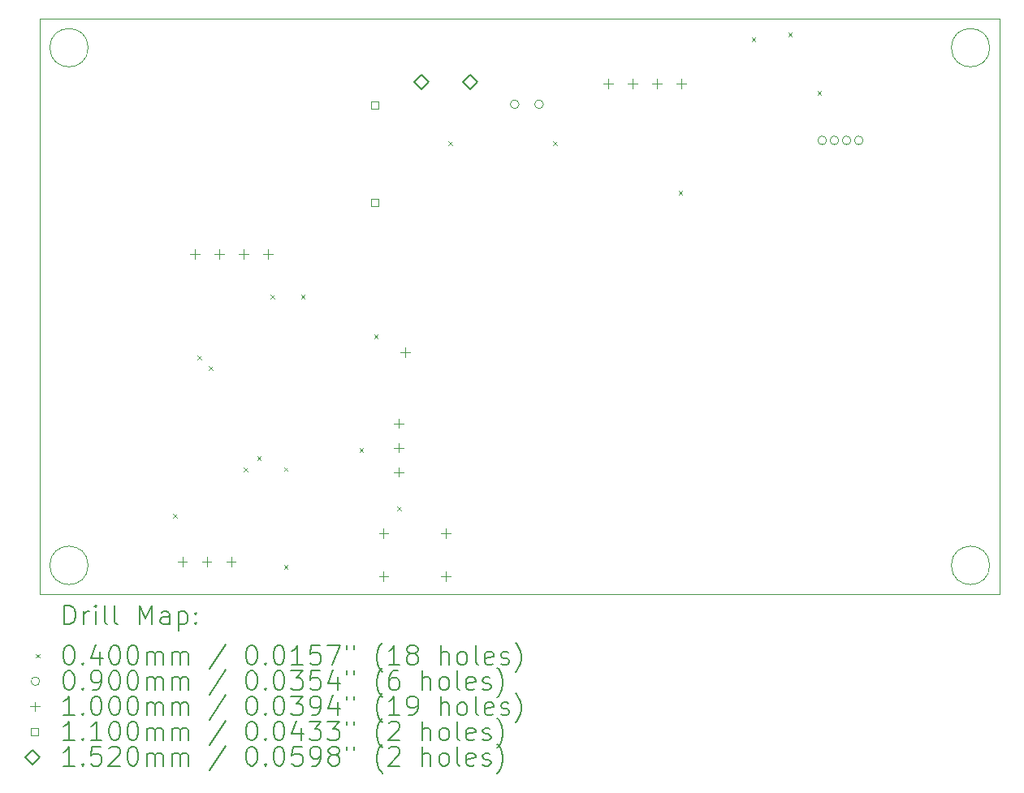
<source format=gbr>
%FSLAX45Y45*%
G04 Gerber Fmt 4.5, Leading zero omitted, Abs format (unit mm)*
G04 Created by KiCad (PCBNEW (6.0.4-0)) date 2022-11-11 12:05:35*
%MOMM*%
%LPD*%
G01*
G04 APERTURE LIST*
%TA.AperFunction,Profile*%
%ADD10C,0.100000*%
%TD*%
%ADD11C,0.200000*%
%ADD12C,0.040000*%
%ADD13C,0.090000*%
%ADD14C,0.100000*%
%ADD15C,0.110000*%
%ADD16C,0.152000*%
G04 APERTURE END LIST*
D10*
X10000000Y-10000000D02*
X20000000Y-10000000D01*
X20000000Y-10000000D02*
X20000000Y-4000000D01*
X20000000Y-4000000D02*
X10000000Y-4000000D01*
X10000000Y-4000000D02*
X10000000Y-10000000D01*
X19900000Y-4300000D02*
G75*
G03*
X19900000Y-4300000I-200000J0D01*
G01*
X19900000Y-9700000D02*
G75*
G03*
X19900000Y-9700000I-200000J0D01*
G01*
X10500000Y-4300000D02*
G75*
G03*
X10500000Y-4300000I-200000J0D01*
G01*
X10500000Y-9700000D02*
G75*
G03*
X10500000Y-9700000I-200000J0D01*
G01*
D11*
D12*
X11384600Y-9162100D02*
X11424600Y-9202100D01*
X11424600Y-9162100D02*
X11384600Y-9202100D01*
X11638600Y-7511100D02*
X11678600Y-7551100D01*
X11678600Y-7511100D02*
X11638600Y-7551100D01*
X11761000Y-7620800D02*
X11801000Y-7660800D01*
X11801000Y-7620800D02*
X11761000Y-7660800D01*
X12121200Y-8679500D02*
X12161200Y-8719500D01*
X12161200Y-8679500D02*
X12121200Y-8719500D01*
X12260900Y-8565200D02*
X12300900Y-8605200D01*
X12300900Y-8565200D02*
X12260900Y-8605200D01*
X12400600Y-6876100D02*
X12440600Y-6916100D01*
X12440600Y-6876100D02*
X12400600Y-6916100D01*
X12540300Y-8677450D02*
X12580300Y-8717450D01*
X12580300Y-8677450D02*
X12540300Y-8717450D01*
X12540300Y-9695500D02*
X12580300Y-9735500D01*
X12580300Y-9695500D02*
X12540300Y-9735500D01*
X12718100Y-6876100D02*
X12758100Y-6916100D01*
X12758100Y-6876100D02*
X12718100Y-6916100D01*
X13327700Y-8476300D02*
X13367700Y-8516300D01*
X13367700Y-8476300D02*
X13327700Y-8516300D01*
X13480100Y-7295200D02*
X13520100Y-7335200D01*
X13520100Y-7295200D02*
X13480100Y-7335200D01*
X13721400Y-9085900D02*
X13761400Y-9125900D01*
X13761400Y-9085900D02*
X13721400Y-9125900D01*
X14254800Y-5275900D02*
X14294800Y-5315900D01*
X14294800Y-5275900D02*
X14254800Y-5315900D01*
X15347000Y-5275900D02*
X15387000Y-5315900D01*
X15387000Y-5275900D02*
X15347000Y-5315900D01*
X16655100Y-5796600D02*
X16695100Y-5836600D01*
X16695100Y-5796600D02*
X16655100Y-5836600D01*
X17417100Y-4196400D02*
X17457100Y-4236400D01*
X17457100Y-4196400D02*
X17417100Y-4236400D01*
X17798100Y-4145600D02*
X17838100Y-4185600D01*
X17838100Y-4145600D02*
X17798100Y-4185600D01*
X18102900Y-4755200D02*
X18142900Y-4795200D01*
X18142900Y-4755200D02*
X18102900Y-4795200D01*
D13*
X14992400Y-4889500D02*
G75*
G03*
X14992400Y-4889500I-45000J0D01*
G01*
X15246400Y-4889500D02*
G75*
G03*
X15246400Y-4889500I-45000J0D01*
G01*
X18197600Y-5267000D02*
G75*
G03*
X18197600Y-5267000I-45000J0D01*
G01*
X18324600Y-5267000D02*
G75*
G03*
X18324600Y-5267000I-45000J0D01*
G01*
X18451600Y-5267000D02*
G75*
G03*
X18451600Y-5267000I-45000J0D01*
G01*
X18578600Y-5267000D02*
G75*
G03*
X18578600Y-5267000I-45000J0D01*
G01*
D14*
X11482300Y-9612200D02*
X11482300Y-9712200D01*
X11432300Y-9662200D02*
X11532300Y-9662200D01*
X11611600Y-6403500D02*
X11611600Y-6503500D01*
X11561600Y-6453500D02*
X11661600Y-6453500D01*
X11736300Y-9612200D02*
X11736300Y-9712200D01*
X11686300Y-9662200D02*
X11786300Y-9662200D01*
X11865600Y-6403500D02*
X11865600Y-6503500D01*
X11815600Y-6453500D02*
X11915600Y-6453500D01*
X11990300Y-9612200D02*
X11990300Y-9712200D01*
X11940300Y-9662200D02*
X12040300Y-9662200D01*
X12119600Y-6403500D02*
X12119600Y-6503500D01*
X12069600Y-6453500D02*
X12169600Y-6453500D01*
X12373600Y-6403500D02*
X12373600Y-6503500D01*
X12323600Y-6453500D02*
X12423600Y-6453500D01*
X13581500Y-9313500D02*
X13581500Y-9413500D01*
X13531500Y-9363500D02*
X13631500Y-9363500D01*
X13581500Y-9763500D02*
X13581500Y-9863500D01*
X13531500Y-9813500D02*
X13631500Y-9813500D01*
X13741400Y-8168400D02*
X13741400Y-8268400D01*
X13691400Y-8218400D02*
X13791400Y-8218400D01*
X13741400Y-8422400D02*
X13741400Y-8522400D01*
X13691400Y-8472400D02*
X13791400Y-8472400D01*
X13741400Y-8676400D02*
X13741400Y-8776400D01*
X13691400Y-8726400D02*
X13791400Y-8726400D01*
X13804900Y-7430300D02*
X13804900Y-7530300D01*
X13754900Y-7480300D02*
X13854900Y-7480300D01*
X14231500Y-9313500D02*
X14231500Y-9413500D01*
X14181500Y-9363500D02*
X14281500Y-9363500D01*
X14231500Y-9763500D02*
X14231500Y-9863500D01*
X14181500Y-9813500D02*
X14281500Y-9813500D01*
X15925600Y-4624600D02*
X15925600Y-4724600D01*
X15875600Y-4674600D02*
X15975600Y-4674600D01*
X16179600Y-4624600D02*
X16179600Y-4724600D01*
X16129600Y-4674600D02*
X16229600Y-4674600D01*
X16433600Y-4624600D02*
X16433600Y-4724600D01*
X16383600Y-4674600D02*
X16483600Y-4674600D01*
X16687600Y-4624600D02*
X16687600Y-4724600D01*
X16637600Y-4674600D02*
X16737600Y-4674600D01*
D15*
X13526291Y-4941091D02*
X13526291Y-4863309D01*
X13448509Y-4863309D01*
X13448509Y-4941091D01*
X13526291Y-4941091D01*
X13526291Y-5957091D02*
X13526291Y-5879309D01*
X13448509Y-5879309D01*
X13448509Y-5957091D01*
X13526291Y-5957091D01*
D16*
X13973800Y-4733400D02*
X14049800Y-4657400D01*
X13973800Y-4581400D01*
X13897800Y-4657400D01*
X13973800Y-4733400D01*
X14481800Y-4733400D02*
X14557800Y-4657400D01*
X14481800Y-4581400D01*
X14405800Y-4657400D01*
X14481800Y-4733400D01*
D11*
X10252619Y-10315476D02*
X10252619Y-10115476D01*
X10300238Y-10115476D01*
X10328810Y-10125000D01*
X10347857Y-10144048D01*
X10357381Y-10163095D01*
X10366905Y-10201190D01*
X10366905Y-10229762D01*
X10357381Y-10267857D01*
X10347857Y-10286905D01*
X10328810Y-10305952D01*
X10300238Y-10315476D01*
X10252619Y-10315476D01*
X10452619Y-10315476D02*
X10452619Y-10182143D01*
X10452619Y-10220238D02*
X10462143Y-10201190D01*
X10471667Y-10191667D01*
X10490714Y-10182143D01*
X10509762Y-10182143D01*
X10576429Y-10315476D02*
X10576429Y-10182143D01*
X10576429Y-10115476D02*
X10566905Y-10125000D01*
X10576429Y-10134524D01*
X10585952Y-10125000D01*
X10576429Y-10115476D01*
X10576429Y-10134524D01*
X10700238Y-10315476D02*
X10681190Y-10305952D01*
X10671667Y-10286905D01*
X10671667Y-10115476D01*
X10805000Y-10315476D02*
X10785952Y-10305952D01*
X10776429Y-10286905D01*
X10776429Y-10115476D01*
X11033571Y-10315476D02*
X11033571Y-10115476D01*
X11100238Y-10258333D01*
X11166905Y-10115476D01*
X11166905Y-10315476D01*
X11347857Y-10315476D02*
X11347857Y-10210714D01*
X11338333Y-10191667D01*
X11319286Y-10182143D01*
X11281190Y-10182143D01*
X11262143Y-10191667D01*
X11347857Y-10305952D02*
X11328809Y-10315476D01*
X11281190Y-10315476D01*
X11262143Y-10305952D01*
X11252619Y-10286905D01*
X11252619Y-10267857D01*
X11262143Y-10248810D01*
X11281190Y-10239286D01*
X11328809Y-10239286D01*
X11347857Y-10229762D01*
X11443095Y-10182143D02*
X11443095Y-10382143D01*
X11443095Y-10191667D02*
X11462143Y-10182143D01*
X11500238Y-10182143D01*
X11519286Y-10191667D01*
X11528809Y-10201190D01*
X11538333Y-10220238D01*
X11538333Y-10277381D01*
X11528809Y-10296429D01*
X11519286Y-10305952D01*
X11500238Y-10315476D01*
X11462143Y-10315476D01*
X11443095Y-10305952D01*
X11624048Y-10296429D02*
X11633571Y-10305952D01*
X11624048Y-10315476D01*
X11614524Y-10305952D01*
X11624048Y-10296429D01*
X11624048Y-10315476D01*
X11624048Y-10191667D02*
X11633571Y-10201190D01*
X11624048Y-10210714D01*
X11614524Y-10201190D01*
X11624048Y-10191667D01*
X11624048Y-10210714D01*
D12*
X9955000Y-10625000D02*
X9995000Y-10665000D01*
X9995000Y-10625000D02*
X9955000Y-10665000D01*
D11*
X10290714Y-10535476D02*
X10309762Y-10535476D01*
X10328810Y-10545000D01*
X10338333Y-10554524D01*
X10347857Y-10573571D01*
X10357381Y-10611667D01*
X10357381Y-10659286D01*
X10347857Y-10697381D01*
X10338333Y-10716429D01*
X10328810Y-10725952D01*
X10309762Y-10735476D01*
X10290714Y-10735476D01*
X10271667Y-10725952D01*
X10262143Y-10716429D01*
X10252619Y-10697381D01*
X10243095Y-10659286D01*
X10243095Y-10611667D01*
X10252619Y-10573571D01*
X10262143Y-10554524D01*
X10271667Y-10545000D01*
X10290714Y-10535476D01*
X10443095Y-10716429D02*
X10452619Y-10725952D01*
X10443095Y-10735476D01*
X10433571Y-10725952D01*
X10443095Y-10716429D01*
X10443095Y-10735476D01*
X10624048Y-10602143D02*
X10624048Y-10735476D01*
X10576429Y-10525952D02*
X10528810Y-10668810D01*
X10652619Y-10668810D01*
X10766905Y-10535476D02*
X10785952Y-10535476D01*
X10805000Y-10545000D01*
X10814524Y-10554524D01*
X10824048Y-10573571D01*
X10833571Y-10611667D01*
X10833571Y-10659286D01*
X10824048Y-10697381D01*
X10814524Y-10716429D01*
X10805000Y-10725952D01*
X10785952Y-10735476D01*
X10766905Y-10735476D01*
X10747857Y-10725952D01*
X10738333Y-10716429D01*
X10728810Y-10697381D01*
X10719286Y-10659286D01*
X10719286Y-10611667D01*
X10728810Y-10573571D01*
X10738333Y-10554524D01*
X10747857Y-10545000D01*
X10766905Y-10535476D01*
X10957381Y-10535476D02*
X10976429Y-10535476D01*
X10995476Y-10545000D01*
X11005000Y-10554524D01*
X11014524Y-10573571D01*
X11024048Y-10611667D01*
X11024048Y-10659286D01*
X11014524Y-10697381D01*
X11005000Y-10716429D01*
X10995476Y-10725952D01*
X10976429Y-10735476D01*
X10957381Y-10735476D01*
X10938333Y-10725952D01*
X10928810Y-10716429D01*
X10919286Y-10697381D01*
X10909762Y-10659286D01*
X10909762Y-10611667D01*
X10919286Y-10573571D01*
X10928810Y-10554524D01*
X10938333Y-10545000D01*
X10957381Y-10535476D01*
X11109762Y-10735476D02*
X11109762Y-10602143D01*
X11109762Y-10621190D02*
X11119286Y-10611667D01*
X11138333Y-10602143D01*
X11166905Y-10602143D01*
X11185952Y-10611667D01*
X11195476Y-10630714D01*
X11195476Y-10735476D01*
X11195476Y-10630714D02*
X11205000Y-10611667D01*
X11224048Y-10602143D01*
X11252619Y-10602143D01*
X11271667Y-10611667D01*
X11281190Y-10630714D01*
X11281190Y-10735476D01*
X11376428Y-10735476D02*
X11376428Y-10602143D01*
X11376428Y-10621190D02*
X11385952Y-10611667D01*
X11405000Y-10602143D01*
X11433571Y-10602143D01*
X11452619Y-10611667D01*
X11462143Y-10630714D01*
X11462143Y-10735476D01*
X11462143Y-10630714D02*
X11471667Y-10611667D01*
X11490714Y-10602143D01*
X11519286Y-10602143D01*
X11538333Y-10611667D01*
X11547857Y-10630714D01*
X11547857Y-10735476D01*
X11938333Y-10525952D02*
X11766905Y-10783095D01*
X12195476Y-10535476D02*
X12214524Y-10535476D01*
X12233571Y-10545000D01*
X12243095Y-10554524D01*
X12252619Y-10573571D01*
X12262143Y-10611667D01*
X12262143Y-10659286D01*
X12252619Y-10697381D01*
X12243095Y-10716429D01*
X12233571Y-10725952D01*
X12214524Y-10735476D01*
X12195476Y-10735476D01*
X12176428Y-10725952D01*
X12166905Y-10716429D01*
X12157381Y-10697381D01*
X12147857Y-10659286D01*
X12147857Y-10611667D01*
X12157381Y-10573571D01*
X12166905Y-10554524D01*
X12176428Y-10545000D01*
X12195476Y-10535476D01*
X12347857Y-10716429D02*
X12357381Y-10725952D01*
X12347857Y-10735476D01*
X12338333Y-10725952D01*
X12347857Y-10716429D01*
X12347857Y-10735476D01*
X12481190Y-10535476D02*
X12500238Y-10535476D01*
X12519286Y-10545000D01*
X12528809Y-10554524D01*
X12538333Y-10573571D01*
X12547857Y-10611667D01*
X12547857Y-10659286D01*
X12538333Y-10697381D01*
X12528809Y-10716429D01*
X12519286Y-10725952D01*
X12500238Y-10735476D01*
X12481190Y-10735476D01*
X12462143Y-10725952D01*
X12452619Y-10716429D01*
X12443095Y-10697381D01*
X12433571Y-10659286D01*
X12433571Y-10611667D01*
X12443095Y-10573571D01*
X12452619Y-10554524D01*
X12462143Y-10545000D01*
X12481190Y-10535476D01*
X12738333Y-10735476D02*
X12624048Y-10735476D01*
X12681190Y-10735476D02*
X12681190Y-10535476D01*
X12662143Y-10564048D01*
X12643095Y-10583095D01*
X12624048Y-10592619D01*
X12919286Y-10535476D02*
X12824048Y-10535476D01*
X12814524Y-10630714D01*
X12824048Y-10621190D01*
X12843095Y-10611667D01*
X12890714Y-10611667D01*
X12909762Y-10621190D01*
X12919286Y-10630714D01*
X12928809Y-10649762D01*
X12928809Y-10697381D01*
X12919286Y-10716429D01*
X12909762Y-10725952D01*
X12890714Y-10735476D01*
X12843095Y-10735476D01*
X12824048Y-10725952D01*
X12814524Y-10716429D01*
X12995476Y-10535476D02*
X13128809Y-10535476D01*
X13043095Y-10735476D01*
X13195476Y-10535476D02*
X13195476Y-10573571D01*
X13271667Y-10535476D02*
X13271667Y-10573571D01*
X13566905Y-10811667D02*
X13557381Y-10802143D01*
X13538333Y-10773571D01*
X13528809Y-10754524D01*
X13519286Y-10725952D01*
X13509762Y-10678333D01*
X13509762Y-10640238D01*
X13519286Y-10592619D01*
X13528809Y-10564048D01*
X13538333Y-10545000D01*
X13557381Y-10516429D01*
X13566905Y-10506905D01*
X13747857Y-10735476D02*
X13633571Y-10735476D01*
X13690714Y-10735476D02*
X13690714Y-10535476D01*
X13671667Y-10564048D01*
X13652619Y-10583095D01*
X13633571Y-10592619D01*
X13862143Y-10621190D02*
X13843095Y-10611667D01*
X13833571Y-10602143D01*
X13824048Y-10583095D01*
X13824048Y-10573571D01*
X13833571Y-10554524D01*
X13843095Y-10545000D01*
X13862143Y-10535476D01*
X13900238Y-10535476D01*
X13919286Y-10545000D01*
X13928809Y-10554524D01*
X13938333Y-10573571D01*
X13938333Y-10583095D01*
X13928809Y-10602143D01*
X13919286Y-10611667D01*
X13900238Y-10621190D01*
X13862143Y-10621190D01*
X13843095Y-10630714D01*
X13833571Y-10640238D01*
X13824048Y-10659286D01*
X13824048Y-10697381D01*
X13833571Y-10716429D01*
X13843095Y-10725952D01*
X13862143Y-10735476D01*
X13900238Y-10735476D01*
X13919286Y-10725952D01*
X13928809Y-10716429D01*
X13938333Y-10697381D01*
X13938333Y-10659286D01*
X13928809Y-10640238D01*
X13919286Y-10630714D01*
X13900238Y-10621190D01*
X14176428Y-10735476D02*
X14176428Y-10535476D01*
X14262143Y-10735476D02*
X14262143Y-10630714D01*
X14252619Y-10611667D01*
X14233571Y-10602143D01*
X14205000Y-10602143D01*
X14185952Y-10611667D01*
X14176428Y-10621190D01*
X14385952Y-10735476D02*
X14366905Y-10725952D01*
X14357381Y-10716429D01*
X14347857Y-10697381D01*
X14347857Y-10640238D01*
X14357381Y-10621190D01*
X14366905Y-10611667D01*
X14385952Y-10602143D01*
X14414524Y-10602143D01*
X14433571Y-10611667D01*
X14443095Y-10621190D01*
X14452619Y-10640238D01*
X14452619Y-10697381D01*
X14443095Y-10716429D01*
X14433571Y-10725952D01*
X14414524Y-10735476D01*
X14385952Y-10735476D01*
X14566905Y-10735476D02*
X14547857Y-10725952D01*
X14538333Y-10706905D01*
X14538333Y-10535476D01*
X14719286Y-10725952D02*
X14700238Y-10735476D01*
X14662143Y-10735476D01*
X14643095Y-10725952D01*
X14633571Y-10706905D01*
X14633571Y-10630714D01*
X14643095Y-10611667D01*
X14662143Y-10602143D01*
X14700238Y-10602143D01*
X14719286Y-10611667D01*
X14728809Y-10630714D01*
X14728809Y-10649762D01*
X14633571Y-10668810D01*
X14805000Y-10725952D02*
X14824048Y-10735476D01*
X14862143Y-10735476D01*
X14881190Y-10725952D01*
X14890714Y-10706905D01*
X14890714Y-10697381D01*
X14881190Y-10678333D01*
X14862143Y-10668810D01*
X14833571Y-10668810D01*
X14814524Y-10659286D01*
X14805000Y-10640238D01*
X14805000Y-10630714D01*
X14814524Y-10611667D01*
X14833571Y-10602143D01*
X14862143Y-10602143D01*
X14881190Y-10611667D01*
X14957381Y-10811667D02*
X14966905Y-10802143D01*
X14985952Y-10773571D01*
X14995476Y-10754524D01*
X15005000Y-10725952D01*
X15014524Y-10678333D01*
X15014524Y-10640238D01*
X15005000Y-10592619D01*
X14995476Y-10564048D01*
X14985952Y-10545000D01*
X14966905Y-10516429D01*
X14957381Y-10506905D01*
D13*
X9995000Y-10909000D02*
G75*
G03*
X9995000Y-10909000I-45000J0D01*
G01*
D11*
X10290714Y-10799476D02*
X10309762Y-10799476D01*
X10328810Y-10809000D01*
X10338333Y-10818524D01*
X10347857Y-10837571D01*
X10357381Y-10875667D01*
X10357381Y-10923286D01*
X10347857Y-10961381D01*
X10338333Y-10980429D01*
X10328810Y-10989952D01*
X10309762Y-10999476D01*
X10290714Y-10999476D01*
X10271667Y-10989952D01*
X10262143Y-10980429D01*
X10252619Y-10961381D01*
X10243095Y-10923286D01*
X10243095Y-10875667D01*
X10252619Y-10837571D01*
X10262143Y-10818524D01*
X10271667Y-10809000D01*
X10290714Y-10799476D01*
X10443095Y-10980429D02*
X10452619Y-10989952D01*
X10443095Y-10999476D01*
X10433571Y-10989952D01*
X10443095Y-10980429D01*
X10443095Y-10999476D01*
X10547857Y-10999476D02*
X10585952Y-10999476D01*
X10605000Y-10989952D01*
X10614524Y-10980429D01*
X10633571Y-10951857D01*
X10643095Y-10913762D01*
X10643095Y-10837571D01*
X10633571Y-10818524D01*
X10624048Y-10809000D01*
X10605000Y-10799476D01*
X10566905Y-10799476D01*
X10547857Y-10809000D01*
X10538333Y-10818524D01*
X10528810Y-10837571D01*
X10528810Y-10885190D01*
X10538333Y-10904238D01*
X10547857Y-10913762D01*
X10566905Y-10923286D01*
X10605000Y-10923286D01*
X10624048Y-10913762D01*
X10633571Y-10904238D01*
X10643095Y-10885190D01*
X10766905Y-10799476D02*
X10785952Y-10799476D01*
X10805000Y-10809000D01*
X10814524Y-10818524D01*
X10824048Y-10837571D01*
X10833571Y-10875667D01*
X10833571Y-10923286D01*
X10824048Y-10961381D01*
X10814524Y-10980429D01*
X10805000Y-10989952D01*
X10785952Y-10999476D01*
X10766905Y-10999476D01*
X10747857Y-10989952D01*
X10738333Y-10980429D01*
X10728810Y-10961381D01*
X10719286Y-10923286D01*
X10719286Y-10875667D01*
X10728810Y-10837571D01*
X10738333Y-10818524D01*
X10747857Y-10809000D01*
X10766905Y-10799476D01*
X10957381Y-10799476D02*
X10976429Y-10799476D01*
X10995476Y-10809000D01*
X11005000Y-10818524D01*
X11014524Y-10837571D01*
X11024048Y-10875667D01*
X11024048Y-10923286D01*
X11014524Y-10961381D01*
X11005000Y-10980429D01*
X10995476Y-10989952D01*
X10976429Y-10999476D01*
X10957381Y-10999476D01*
X10938333Y-10989952D01*
X10928810Y-10980429D01*
X10919286Y-10961381D01*
X10909762Y-10923286D01*
X10909762Y-10875667D01*
X10919286Y-10837571D01*
X10928810Y-10818524D01*
X10938333Y-10809000D01*
X10957381Y-10799476D01*
X11109762Y-10999476D02*
X11109762Y-10866143D01*
X11109762Y-10885190D02*
X11119286Y-10875667D01*
X11138333Y-10866143D01*
X11166905Y-10866143D01*
X11185952Y-10875667D01*
X11195476Y-10894714D01*
X11195476Y-10999476D01*
X11195476Y-10894714D02*
X11205000Y-10875667D01*
X11224048Y-10866143D01*
X11252619Y-10866143D01*
X11271667Y-10875667D01*
X11281190Y-10894714D01*
X11281190Y-10999476D01*
X11376428Y-10999476D02*
X11376428Y-10866143D01*
X11376428Y-10885190D02*
X11385952Y-10875667D01*
X11405000Y-10866143D01*
X11433571Y-10866143D01*
X11452619Y-10875667D01*
X11462143Y-10894714D01*
X11462143Y-10999476D01*
X11462143Y-10894714D02*
X11471667Y-10875667D01*
X11490714Y-10866143D01*
X11519286Y-10866143D01*
X11538333Y-10875667D01*
X11547857Y-10894714D01*
X11547857Y-10999476D01*
X11938333Y-10789952D02*
X11766905Y-11047095D01*
X12195476Y-10799476D02*
X12214524Y-10799476D01*
X12233571Y-10809000D01*
X12243095Y-10818524D01*
X12252619Y-10837571D01*
X12262143Y-10875667D01*
X12262143Y-10923286D01*
X12252619Y-10961381D01*
X12243095Y-10980429D01*
X12233571Y-10989952D01*
X12214524Y-10999476D01*
X12195476Y-10999476D01*
X12176428Y-10989952D01*
X12166905Y-10980429D01*
X12157381Y-10961381D01*
X12147857Y-10923286D01*
X12147857Y-10875667D01*
X12157381Y-10837571D01*
X12166905Y-10818524D01*
X12176428Y-10809000D01*
X12195476Y-10799476D01*
X12347857Y-10980429D02*
X12357381Y-10989952D01*
X12347857Y-10999476D01*
X12338333Y-10989952D01*
X12347857Y-10980429D01*
X12347857Y-10999476D01*
X12481190Y-10799476D02*
X12500238Y-10799476D01*
X12519286Y-10809000D01*
X12528809Y-10818524D01*
X12538333Y-10837571D01*
X12547857Y-10875667D01*
X12547857Y-10923286D01*
X12538333Y-10961381D01*
X12528809Y-10980429D01*
X12519286Y-10989952D01*
X12500238Y-10999476D01*
X12481190Y-10999476D01*
X12462143Y-10989952D01*
X12452619Y-10980429D01*
X12443095Y-10961381D01*
X12433571Y-10923286D01*
X12433571Y-10875667D01*
X12443095Y-10837571D01*
X12452619Y-10818524D01*
X12462143Y-10809000D01*
X12481190Y-10799476D01*
X12614524Y-10799476D02*
X12738333Y-10799476D01*
X12671667Y-10875667D01*
X12700238Y-10875667D01*
X12719286Y-10885190D01*
X12728809Y-10894714D01*
X12738333Y-10913762D01*
X12738333Y-10961381D01*
X12728809Y-10980429D01*
X12719286Y-10989952D01*
X12700238Y-10999476D01*
X12643095Y-10999476D01*
X12624048Y-10989952D01*
X12614524Y-10980429D01*
X12919286Y-10799476D02*
X12824048Y-10799476D01*
X12814524Y-10894714D01*
X12824048Y-10885190D01*
X12843095Y-10875667D01*
X12890714Y-10875667D01*
X12909762Y-10885190D01*
X12919286Y-10894714D01*
X12928809Y-10913762D01*
X12928809Y-10961381D01*
X12919286Y-10980429D01*
X12909762Y-10989952D01*
X12890714Y-10999476D01*
X12843095Y-10999476D01*
X12824048Y-10989952D01*
X12814524Y-10980429D01*
X13100238Y-10866143D02*
X13100238Y-10999476D01*
X13052619Y-10789952D02*
X13005000Y-10932810D01*
X13128809Y-10932810D01*
X13195476Y-10799476D02*
X13195476Y-10837571D01*
X13271667Y-10799476D02*
X13271667Y-10837571D01*
X13566905Y-11075667D02*
X13557381Y-11066143D01*
X13538333Y-11037571D01*
X13528809Y-11018524D01*
X13519286Y-10989952D01*
X13509762Y-10942333D01*
X13509762Y-10904238D01*
X13519286Y-10856619D01*
X13528809Y-10828048D01*
X13538333Y-10809000D01*
X13557381Y-10780429D01*
X13566905Y-10770905D01*
X13728809Y-10799476D02*
X13690714Y-10799476D01*
X13671667Y-10809000D01*
X13662143Y-10818524D01*
X13643095Y-10847095D01*
X13633571Y-10885190D01*
X13633571Y-10961381D01*
X13643095Y-10980429D01*
X13652619Y-10989952D01*
X13671667Y-10999476D01*
X13709762Y-10999476D01*
X13728809Y-10989952D01*
X13738333Y-10980429D01*
X13747857Y-10961381D01*
X13747857Y-10913762D01*
X13738333Y-10894714D01*
X13728809Y-10885190D01*
X13709762Y-10875667D01*
X13671667Y-10875667D01*
X13652619Y-10885190D01*
X13643095Y-10894714D01*
X13633571Y-10913762D01*
X13985952Y-10999476D02*
X13985952Y-10799476D01*
X14071667Y-10999476D02*
X14071667Y-10894714D01*
X14062143Y-10875667D01*
X14043095Y-10866143D01*
X14014524Y-10866143D01*
X13995476Y-10875667D01*
X13985952Y-10885190D01*
X14195476Y-10999476D02*
X14176428Y-10989952D01*
X14166905Y-10980429D01*
X14157381Y-10961381D01*
X14157381Y-10904238D01*
X14166905Y-10885190D01*
X14176428Y-10875667D01*
X14195476Y-10866143D01*
X14224048Y-10866143D01*
X14243095Y-10875667D01*
X14252619Y-10885190D01*
X14262143Y-10904238D01*
X14262143Y-10961381D01*
X14252619Y-10980429D01*
X14243095Y-10989952D01*
X14224048Y-10999476D01*
X14195476Y-10999476D01*
X14376428Y-10999476D02*
X14357381Y-10989952D01*
X14347857Y-10970905D01*
X14347857Y-10799476D01*
X14528809Y-10989952D02*
X14509762Y-10999476D01*
X14471667Y-10999476D01*
X14452619Y-10989952D01*
X14443095Y-10970905D01*
X14443095Y-10894714D01*
X14452619Y-10875667D01*
X14471667Y-10866143D01*
X14509762Y-10866143D01*
X14528809Y-10875667D01*
X14538333Y-10894714D01*
X14538333Y-10913762D01*
X14443095Y-10932810D01*
X14614524Y-10989952D02*
X14633571Y-10999476D01*
X14671667Y-10999476D01*
X14690714Y-10989952D01*
X14700238Y-10970905D01*
X14700238Y-10961381D01*
X14690714Y-10942333D01*
X14671667Y-10932810D01*
X14643095Y-10932810D01*
X14624048Y-10923286D01*
X14614524Y-10904238D01*
X14614524Y-10894714D01*
X14624048Y-10875667D01*
X14643095Y-10866143D01*
X14671667Y-10866143D01*
X14690714Y-10875667D01*
X14766905Y-11075667D02*
X14776428Y-11066143D01*
X14795476Y-11037571D01*
X14805000Y-11018524D01*
X14814524Y-10989952D01*
X14824048Y-10942333D01*
X14824048Y-10904238D01*
X14814524Y-10856619D01*
X14805000Y-10828048D01*
X14795476Y-10809000D01*
X14776428Y-10780429D01*
X14766905Y-10770905D01*
D14*
X9945000Y-11123000D02*
X9945000Y-11223000D01*
X9895000Y-11173000D02*
X9995000Y-11173000D01*
D11*
X10357381Y-11263476D02*
X10243095Y-11263476D01*
X10300238Y-11263476D02*
X10300238Y-11063476D01*
X10281190Y-11092048D01*
X10262143Y-11111095D01*
X10243095Y-11120619D01*
X10443095Y-11244428D02*
X10452619Y-11253952D01*
X10443095Y-11263476D01*
X10433571Y-11253952D01*
X10443095Y-11244428D01*
X10443095Y-11263476D01*
X10576429Y-11063476D02*
X10595476Y-11063476D01*
X10614524Y-11073000D01*
X10624048Y-11082524D01*
X10633571Y-11101571D01*
X10643095Y-11139667D01*
X10643095Y-11187286D01*
X10633571Y-11225381D01*
X10624048Y-11244428D01*
X10614524Y-11253952D01*
X10595476Y-11263476D01*
X10576429Y-11263476D01*
X10557381Y-11253952D01*
X10547857Y-11244428D01*
X10538333Y-11225381D01*
X10528810Y-11187286D01*
X10528810Y-11139667D01*
X10538333Y-11101571D01*
X10547857Y-11082524D01*
X10557381Y-11073000D01*
X10576429Y-11063476D01*
X10766905Y-11063476D02*
X10785952Y-11063476D01*
X10805000Y-11073000D01*
X10814524Y-11082524D01*
X10824048Y-11101571D01*
X10833571Y-11139667D01*
X10833571Y-11187286D01*
X10824048Y-11225381D01*
X10814524Y-11244428D01*
X10805000Y-11253952D01*
X10785952Y-11263476D01*
X10766905Y-11263476D01*
X10747857Y-11253952D01*
X10738333Y-11244428D01*
X10728810Y-11225381D01*
X10719286Y-11187286D01*
X10719286Y-11139667D01*
X10728810Y-11101571D01*
X10738333Y-11082524D01*
X10747857Y-11073000D01*
X10766905Y-11063476D01*
X10957381Y-11063476D02*
X10976429Y-11063476D01*
X10995476Y-11073000D01*
X11005000Y-11082524D01*
X11014524Y-11101571D01*
X11024048Y-11139667D01*
X11024048Y-11187286D01*
X11014524Y-11225381D01*
X11005000Y-11244428D01*
X10995476Y-11253952D01*
X10976429Y-11263476D01*
X10957381Y-11263476D01*
X10938333Y-11253952D01*
X10928810Y-11244428D01*
X10919286Y-11225381D01*
X10909762Y-11187286D01*
X10909762Y-11139667D01*
X10919286Y-11101571D01*
X10928810Y-11082524D01*
X10938333Y-11073000D01*
X10957381Y-11063476D01*
X11109762Y-11263476D02*
X11109762Y-11130143D01*
X11109762Y-11149190D02*
X11119286Y-11139667D01*
X11138333Y-11130143D01*
X11166905Y-11130143D01*
X11185952Y-11139667D01*
X11195476Y-11158714D01*
X11195476Y-11263476D01*
X11195476Y-11158714D02*
X11205000Y-11139667D01*
X11224048Y-11130143D01*
X11252619Y-11130143D01*
X11271667Y-11139667D01*
X11281190Y-11158714D01*
X11281190Y-11263476D01*
X11376428Y-11263476D02*
X11376428Y-11130143D01*
X11376428Y-11149190D02*
X11385952Y-11139667D01*
X11405000Y-11130143D01*
X11433571Y-11130143D01*
X11452619Y-11139667D01*
X11462143Y-11158714D01*
X11462143Y-11263476D01*
X11462143Y-11158714D02*
X11471667Y-11139667D01*
X11490714Y-11130143D01*
X11519286Y-11130143D01*
X11538333Y-11139667D01*
X11547857Y-11158714D01*
X11547857Y-11263476D01*
X11938333Y-11053952D02*
X11766905Y-11311095D01*
X12195476Y-11063476D02*
X12214524Y-11063476D01*
X12233571Y-11073000D01*
X12243095Y-11082524D01*
X12252619Y-11101571D01*
X12262143Y-11139667D01*
X12262143Y-11187286D01*
X12252619Y-11225381D01*
X12243095Y-11244428D01*
X12233571Y-11253952D01*
X12214524Y-11263476D01*
X12195476Y-11263476D01*
X12176428Y-11253952D01*
X12166905Y-11244428D01*
X12157381Y-11225381D01*
X12147857Y-11187286D01*
X12147857Y-11139667D01*
X12157381Y-11101571D01*
X12166905Y-11082524D01*
X12176428Y-11073000D01*
X12195476Y-11063476D01*
X12347857Y-11244428D02*
X12357381Y-11253952D01*
X12347857Y-11263476D01*
X12338333Y-11253952D01*
X12347857Y-11244428D01*
X12347857Y-11263476D01*
X12481190Y-11063476D02*
X12500238Y-11063476D01*
X12519286Y-11073000D01*
X12528809Y-11082524D01*
X12538333Y-11101571D01*
X12547857Y-11139667D01*
X12547857Y-11187286D01*
X12538333Y-11225381D01*
X12528809Y-11244428D01*
X12519286Y-11253952D01*
X12500238Y-11263476D01*
X12481190Y-11263476D01*
X12462143Y-11253952D01*
X12452619Y-11244428D01*
X12443095Y-11225381D01*
X12433571Y-11187286D01*
X12433571Y-11139667D01*
X12443095Y-11101571D01*
X12452619Y-11082524D01*
X12462143Y-11073000D01*
X12481190Y-11063476D01*
X12614524Y-11063476D02*
X12738333Y-11063476D01*
X12671667Y-11139667D01*
X12700238Y-11139667D01*
X12719286Y-11149190D01*
X12728809Y-11158714D01*
X12738333Y-11177762D01*
X12738333Y-11225381D01*
X12728809Y-11244428D01*
X12719286Y-11253952D01*
X12700238Y-11263476D01*
X12643095Y-11263476D01*
X12624048Y-11253952D01*
X12614524Y-11244428D01*
X12833571Y-11263476D02*
X12871667Y-11263476D01*
X12890714Y-11253952D01*
X12900238Y-11244428D01*
X12919286Y-11215857D01*
X12928809Y-11177762D01*
X12928809Y-11101571D01*
X12919286Y-11082524D01*
X12909762Y-11073000D01*
X12890714Y-11063476D01*
X12852619Y-11063476D01*
X12833571Y-11073000D01*
X12824048Y-11082524D01*
X12814524Y-11101571D01*
X12814524Y-11149190D01*
X12824048Y-11168238D01*
X12833571Y-11177762D01*
X12852619Y-11187286D01*
X12890714Y-11187286D01*
X12909762Y-11177762D01*
X12919286Y-11168238D01*
X12928809Y-11149190D01*
X13100238Y-11130143D02*
X13100238Y-11263476D01*
X13052619Y-11053952D02*
X13005000Y-11196809D01*
X13128809Y-11196809D01*
X13195476Y-11063476D02*
X13195476Y-11101571D01*
X13271667Y-11063476D02*
X13271667Y-11101571D01*
X13566905Y-11339667D02*
X13557381Y-11330143D01*
X13538333Y-11301571D01*
X13528809Y-11282524D01*
X13519286Y-11253952D01*
X13509762Y-11206333D01*
X13509762Y-11168238D01*
X13519286Y-11120619D01*
X13528809Y-11092048D01*
X13538333Y-11073000D01*
X13557381Y-11044429D01*
X13566905Y-11034905D01*
X13747857Y-11263476D02*
X13633571Y-11263476D01*
X13690714Y-11263476D02*
X13690714Y-11063476D01*
X13671667Y-11092048D01*
X13652619Y-11111095D01*
X13633571Y-11120619D01*
X13843095Y-11263476D02*
X13881190Y-11263476D01*
X13900238Y-11253952D01*
X13909762Y-11244428D01*
X13928809Y-11215857D01*
X13938333Y-11177762D01*
X13938333Y-11101571D01*
X13928809Y-11082524D01*
X13919286Y-11073000D01*
X13900238Y-11063476D01*
X13862143Y-11063476D01*
X13843095Y-11073000D01*
X13833571Y-11082524D01*
X13824048Y-11101571D01*
X13824048Y-11149190D01*
X13833571Y-11168238D01*
X13843095Y-11177762D01*
X13862143Y-11187286D01*
X13900238Y-11187286D01*
X13919286Y-11177762D01*
X13928809Y-11168238D01*
X13938333Y-11149190D01*
X14176428Y-11263476D02*
X14176428Y-11063476D01*
X14262143Y-11263476D02*
X14262143Y-11158714D01*
X14252619Y-11139667D01*
X14233571Y-11130143D01*
X14205000Y-11130143D01*
X14185952Y-11139667D01*
X14176428Y-11149190D01*
X14385952Y-11263476D02*
X14366905Y-11253952D01*
X14357381Y-11244428D01*
X14347857Y-11225381D01*
X14347857Y-11168238D01*
X14357381Y-11149190D01*
X14366905Y-11139667D01*
X14385952Y-11130143D01*
X14414524Y-11130143D01*
X14433571Y-11139667D01*
X14443095Y-11149190D01*
X14452619Y-11168238D01*
X14452619Y-11225381D01*
X14443095Y-11244428D01*
X14433571Y-11253952D01*
X14414524Y-11263476D01*
X14385952Y-11263476D01*
X14566905Y-11263476D02*
X14547857Y-11253952D01*
X14538333Y-11234905D01*
X14538333Y-11063476D01*
X14719286Y-11253952D02*
X14700238Y-11263476D01*
X14662143Y-11263476D01*
X14643095Y-11253952D01*
X14633571Y-11234905D01*
X14633571Y-11158714D01*
X14643095Y-11139667D01*
X14662143Y-11130143D01*
X14700238Y-11130143D01*
X14719286Y-11139667D01*
X14728809Y-11158714D01*
X14728809Y-11177762D01*
X14633571Y-11196809D01*
X14805000Y-11253952D02*
X14824048Y-11263476D01*
X14862143Y-11263476D01*
X14881190Y-11253952D01*
X14890714Y-11234905D01*
X14890714Y-11225381D01*
X14881190Y-11206333D01*
X14862143Y-11196809D01*
X14833571Y-11196809D01*
X14814524Y-11187286D01*
X14805000Y-11168238D01*
X14805000Y-11158714D01*
X14814524Y-11139667D01*
X14833571Y-11130143D01*
X14862143Y-11130143D01*
X14881190Y-11139667D01*
X14957381Y-11339667D02*
X14966905Y-11330143D01*
X14985952Y-11301571D01*
X14995476Y-11282524D01*
X15005000Y-11253952D01*
X15014524Y-11206333D01*
X15014524Y-11168238D01*
X15005000Y-11120619D01*
X14995476Y-11092048D01*
X14985952Y-11073000D01*
X14966905Y-11044429D01*
X14957381Y-11034905D01*
D15*
X9978891Y-11475891D02*
X9978891Y-11398109D01*
X9901109Y-11398109D01*
X9901109Y-11475891D01*
X9978891Y-11475891D01*
D11*
X10357381Y-11527476D02*
X10243095Y-11527476D01*
X10300238Y-11527476D02*
X10300238Y-11327476D01*
X10281190Y-11356048D01*
X10262143Y-11375095D01*
X10243095Y-11384619D01*
X10443095Y-11508428D02*
X10452619Y-11517952D01*
X10443095Y-11527476D01*
X10433571Y-11517952D01*
X10443095Y-11508428D01*
X10443095Y-11527476D01*
X10643095Y-11527476D02*
X10528810Y-11527476D01*
X10585952Y-11527476D02*
X10585952Y-11327476D01*
X10566905Y-11356048D01*
X10547857Y-11375095D01*
X10528810Y-11384619D01*
X10766905Y-11327476D02*
X10785952Y-11327476D01*
X10805000Y-11337000D01*
X10814524Y-11346524D01*
X10824048Y-11365571D01*
X10833571Y-11403667D01*
X10833571Y-11451286D01*
X10824048Y-11489381D01*
X10814524Y-11508428D01*
X10805000Y-11517952D01*
X10785952Y-11527476D01*
X10766905Y-11527476D01*
X10747857Y-11517952D01*
X10738333Y-11508428D01*
X10728810Y-11489381D01*
X10719286Y-11451286D01*
X10719286Y-11403667D01*
X10728810Y-11365571D01*
X10738333Y-11346524D01*
X10747857Y-11337000D01*
X10766905Y-11327476D01*
X10957381Y-11327476D02*
X10976429Y-11327476D01*
X10995476Y-11337000D01*
X11005000Y-11346524D01*
X11014524Y-11365571D01*
X11024048Y-11403667D01*
X11024048Y-11451286D01*
X11014524Y-11489381D01*
X11005000Y-11508428D01*
X10995476Y-11517952D01*
X10976429Y-11527476D01*
X10957381Y-11527476D01*
X10938333Y-11517952D01*
X10928810Y-11508428D01*
X10919286Y-11489381D01*
X10909762Y-11451286D01*
X10909762Y-11403667D01*
X10919286Y-11365571D01*
X10928810Y-11346524D01*
X10938333Y-11337000D01*
X10957381Y-11327476D01*
X11109762Y-11527476D02*
X11109762Y-11394143D01*
X11109762Y-11413190D02*
X11119286Y-11403667D01*
X11138333Y-11394143D01*
X11166905Y-11394143D01*
X11185952Y-11403667D01*
X11195476Y-11422714D01*
X11195476Y-11527476D01*
X11195476Y-11422714D02*
X11205000Y-11403667D01*
X11224048Y-11394143D01*
X11252619Y-11394143D01*
X11271667Y-11403667D01*
X11281190Y-11422714D01*
X11281190Y-11527476D01*
X11376428Y-11527476D02*
X11376428Y-11394143D01*
X11376428Y-11413190D02*
X11385952Y-11403667D01*
X11405000Y-11394143D01*
X11433571Y-11394143D01*
X11452619Y-11403667D01*
X11462143Y-11422714D01*
X11462143Y-11527476D01*
X11462143Y-11422714D02*
X11471667Y-11403667D01*
X11490714Y-11394143D01*
X11519286Y-11394143D01*
X11538333Y-11403667D01*
X11547857Y-11422714D01*
X11547857Y-11527476D01*
X11938333Y-11317952D02*
X11766905Y-11575095D01*
X12195476Y-11327476D02*
X12214524Y-11327476D01*
X12233571Y-11337000D01*
X12243095Y-11346524D01*
X12252619Y-11365571D01*
X12262143Y-11403667D01*
X12262143Y-11451286D01*
X12252619Y-11489381D01*
X12243095Y-11508428D01*
X12233571Y-11517952D01*
X12214524Y-11527476D01*
X12195476Y-11527476D01*
X12176428Y-11517952D01*
X12166905Y-11508428D01*
X12157381Y-11489381D01*
X12147857Y-11451286D01*
X12147857Y-11403667D01*
X12157381Y-11365571D01*
X12166905Y-11346524D01*
X12176428Y-11337000D01*
X12195476Y-11327476D01*
X12347857Y-11508428D02*
X12357381Y-11517952D01*
X12347857Y-11527476D01*
X12338333Y-11517952D01*
X12347857Y-11508428D01*
X12347857Y-11527476D01*
X12481190Y-11327476D02*
X12500238Y-11327476D01*
X12519286Y-11337000D01*
X12528809Y-11346524D01*
X12538333Y-11365571D01*
X12547857Y-11403667D01*
X12547857Y-11451286D01*
X12538333Y-11489381D01*
X12528809Y-11508428D01*
X12519286Y-11517952D01*
X12500238Y-11527476D01*
X12481190Y-11527476D01*
X12462143Y-11517952D01*
X12452619Y-11508428D01*
X12443095Y-11489381D01*
X12433571Y-11451286D01*
X12433571Y-11403667D01*
X12443095Y-11365571D01*
X12452619Y-11346524D01*
X12462143Y-11337000D01*
X12481190Y-11327476D01*
X12719286Y-11394143D02*
X12719286Y-11527476D01*
X12671667Y-11317952D02*
X12624048Y-11460809D01*
X12747857Y-11460809D01*
X12805000Y-11327476D02*
X12928809Y-11327476D01*
X12862143Y-11403667D01*
X12890714Y-11403667D01*
X12909762Y-11413190D01*
X12919286Y-11422714D01*
X12928809Y-11441762D01*
X12928809Y-11489381D01*
X12919286Y-11508428D01*
X12909762Y-11517952D01*
X12890714Y-11527476D01*
X12833571Y-11527476D01*
X12814524Y-11517952D01*
X12805000Y-11508428D01*
X12995476Y-11327476D02*
X13119286Y-11327476D01*
X13052619Y-11403667D01*
X13081190Y-11403667D01*
X13100238Y-11413190D01*
X13109762Y-11422714D01*
X13119286Y-11441762D01*
X13119286Y-11489381D01*
X13109762Y-11508428D01*
X13100238Y-11517952D01*
X13081190Y-11527476D01*
X13024048Y-11527476D01*
X13005000Y-11517952D01*
X12995476Y-11508428D01*
X13195476Y-11327476D02*
X13195476Y-11365571D01*
X13271667Y-11327476D02*
X13271667Y-11365571D01*
X13566905Y-11603667D02*
X13557381Y-11594143D01*
X13538333Y-11565571D01*
X13528809Y-11546524D01*
X13519286Y-11517952D01*
X13509762Y-11470333D01*
X13509762Y-11432238D01*
X13519286Y-11384619D01*
X13528809Y-11356048D01*
X13538333Y-11337000D01*
X13557381Y-11308428D01*
X13566905Y-11298905D01*
X13633571Y-11346524D02*
X13643095Y-11337000D01*
X13662143Y-11327476D01*
X13709762Y-11327476D01*
X13728809Y-11337000D01*
X13738333Y-11346524D01*
X13747857Y-11365571D01*
X13747857Y-11384619D01*
X13738333Y-11413190D01*
X13624048Y-11527476D01*
X13747857Y-11527476D01*
X13985952Y-11527476D02*
X13985952Y-11327476D01*
X14071667Y-11527476D02*
X14071667Y-11422714D01*
X14062143Y-11403667D01*
X14043095Y-11394143D01*
X14014524Y-11394143D01*
X13995476Y-11403667D01*
X13985952Y-11413190D01*
X14195476Y-11527476D02*
X14176428Y-11517952D01*
X14166905Y-11508428D01*
X14157381Y-11489381D01*
X14157381Y-11432238D01*
X14166905Y-11413190D01*
X14176428Y-11403667D01*
X14195476Y-11394143D01*
X14224048Y-11394143D01*
X14243095Y-11403667D01*
X14252619Y-11413190D01*
X14262143Y-11432238D01*
X14262143Y-11489381D01*
X14252619Y-11508428D01*
X14243095Y-11517952D01*
X14224048Y-11527476D01*
X14195476Y-11527476D01*
X14376428Y-11527476D02*
X14357381Y-11517952D01*
X14347857Y-11498905D01*
X14347857Y-11327476D01*
X14528809Y-11517952D02*
X14509762Y-11527476D01*
X14471667Y-11527476D01*
X14452619Y-11517952D01*
X14443095Y-11498905D01*
X14443095Y-11422714D01*
X14452619Y-11403667D01*
X14471667Y-11394143D01*
X14509762Y-11394143D01*
X14528809Y-11403667D01*
X14538333Y-11422714D01*
X14538333Y-11441762D01*
X14443095Y-11460809D01*
X14614524Y-11517952D02*
X14633571Y-11527476D01*
X14671667Y-11527476D01*
X14690714Y-11517952D01*
X14700238Y-11498905D01*
X14700238Y-11489381D01*
X14690714Y-11470333D01*
X14671667Y-11460809D01*
X14643095Y-11460809D01*
X14624048Y-11451286D01*
X14614524Y-11432238D01*
X14614524Y-11422714D01*
X14624048Y-11403667D01*
X14643095Y-11394143D01*
X14671667Y-11394143D01*
X14690714Y-11403667D01*
X14766905Y-11603667D02*
X14776428Y-11594143D01*
X14795476Y-11565571D01*
X14805000Y-11546524D01*
X14814524Y-11517952D01*
X14824048Y-11470333D01*
X14824048Y-11432238D01*
X14814524Y-11384619D01*
X14805000Y-11356048D01*
X14795476Y-11337000D01*
X14776428Y-11308428D01*
X14766905Y-11298905D01*
D16*
X9919000Y-11777000D02*
X9995000Y-11701000D01*
X9919000Y-11625000D01*
X9843000Y-11701000D01*
X9919000Y-11777000D01*
D11*
X10357381Y-11791476D02*
X10243095Y-11791476D01*
X10300238Y-11791476D02*
X10300238Y-11591476D01*
X10281190Y-11620048D01*
X10262143Y-11639095D01*
X10243095Y-11648619D01*
X10443095Y-11772428D02*
X10452619Y-11781952D01*
X10443095Y-11791476D01*
X10433571Y-11781952D01*
X10443095Y-11772428D01*
X10443095Y-11791476D01*
X10633571Y-11591476D02*
X10538333Y-11591476D01*
X10528810Y-11686714D01*
X10538333Y-11677190D01*
X10557381Y-11667667D01*
X10605000Y-11667667D01*
X10624048Y-11677190D01*
X10633571Y-11686714D01*
X10643095Y-11705762D01*
X10643095Y-11753381D01*
X10633571Y-11772428D01*
X10624048Y-11781952D01*
X10605000Y-11791476D01*
X10557381Y-11791476D01*
X10538333Y-11781952D01*
X10528810Y-11772428D01*
X10719286Y-11610524D02*
X10728810Y-11601000D01*
X10747857Y-11591476D01*
X10795476Y-11591476D01*
X10814524Y-11601000D01*
X10824048Y-11610524D01*
X10833571Y-11629571D01*
X10833571Y-11648619D01*
X10824048Y-11677190D01*
X10709762Y-11791476D01*
X10833571Y-11791476D01*
X10957381Y-11591476D02*
X10976429Y-11591476D01*
X10995476Y-11601000D01*
X11005000Y-11610524D01*
X11014524Y-11629571D01*
X11024048Y-11667667D01*
X11024048Y-11715286D01*
X11014524Y-11753381D01*
X11005000Y-11772428D01*
X10995476Y-11781952D01*
X10976429Y-11791476D01*
X10957381Y-11791476D01*
X10938333Y-11781952D01*
X10928810Y-11772428D01*
X10919286Y-11753381D01*
X10909762Y-11715286D01*
X10909762Y-11667667D01*
X10919286Y-11629571D01*
X10928810Y-11610524D01*
X10938333Y-11601000D01*
X10957381Y-11591476D01*
X11109762Y-11791476D02*
X11109762Y-11658143D01*
X11109762Y-11677190D02*
X11119286Y-11667667D01*
X11138333Y-11658143D01*
X11166905Y-11658143D01*
X11185952Y-11667667D01*
X11195476Y-11686714D01*
X11195476Y-11791476D01*
X11195476Y-11686714D02*
X11205000Y-11667667D01*
X11224048Y-11658143D01*
X11252619Y-11658143D01*
X11271667Y-11667667D01*
X11281190Y-11686714D01*
X11281190Y-11791476D01*
X11376428Y-11791476D02*
X11376428Y-11658143D01*
X11376428Y-11677190D02*
X11385952Y-11667667D01*
X11405000Y-11658143D01*
X11433571Y-11658143D01*
X11452619Y-11667667D01*
X11462143Y-11686714D01*
X11462143Y-11791476D01*
X11462143Y-11686714D02*
X11471667Y-11667667D01*
X11490714Y-11658143D01*
X11519286Y-11658143D01*
X11538333Y-11667667D01*
X11547857Y-11686714D01*
X11547857Y-11791476D01*
X11938333Y-11581952D02*
X11766905Y-11839095D01*
X12195476Y-11591476D02*
X12214524Y-11591476D01*
X12233571Y-11601000D01*
X12243095Y-11610524D01*
X12252619Y-11629571D01*
X12262143Y-11667667D01*
X12262143Y-11715286D01*
X12252619Y-11753381D01*
X12243095Y-11772428D01*
X12233571Y-11781952D01*
X12214524Y-11791476D01*
X12195476Y-11791476D01*
X12176428Y-11781952D01*
X12166905Y-11772428D01*
X12157381Y-11753381D01*
X12147857Y-11715286D01*
X12147857Y-11667667D01*
X12157381Y-11629571D01*
X12166905Y-11610524D01*
X12176428Y-11601000D01*
X12195476Y-11591476D01*
X12347857Y-11772428D02*
X12357381Y-11781952D01*
X12347857Y-11791476D01*
X12338333Y-11781952D01*
X12347857Y-11772428D01*
X12347857Y-11791476D01*
X12481190Y-11591476D02*
X12500238Y-11591476D01*
X12519286Y-11601000D01*
X12528809Y-11610524D01*
X12538333Y-11629571D01*
X12547857Y-11667667D01*
X12547857Y-11715286D01*
X12538333Y-11753381D01*
X12528809Y-11772428D01*
X12519286Y-11781952D01*
X12500238Y-11791476D01*
X12481190Y-11791476D01*
X12462143Y-11781952D01*
X12452619Y-11772428D01*
X12443095Y-11753381D01*
X12433571Y-11715286D01*
X12433571Y-11667667D01*
X12443095Y-11629571D01*
X12452619Y-11610524D01*
X12462143Y-11601000D01*
X12481190Y-11591476D01*
X12728809Y-11591476D02*
X12633571Y-11591476D01*
X12624048Y-11686714D01*
X12633571Y-11677190D01*
X12652619Y-11667667D01*
X12700238Y-11667667D01*
X12719286Y-11677190D01*
X12728809Y-11686714D01*
X12738333Y-11705762D01*
X12738333Y-11753381D01*
X12728809Y-11772428D01*
X12719286Y-11781952D01*
X12700238Y-11791476D01*
X12652619Y-11791476D01*
X12633571Y-11781952D01*
X12624048Y-11772428D01*
X12833571Y-11791476D02*
X12871667Y-11791476D01*
X12890714Y-11781952D01*
X12900238Y-11772428D01*
X12919286Y-11743857D01*
X12928809Y-11705762D01*
X12928809Y-11629571D01*
X12919286Y-11610524D01*
X12909762Y-11601000D01*
X12890714Y-11591476D01*
X12852619Y-11591476D01*
X12833571Y-11601000D01*
X12824048Y-11610524D01*
X12814524Y-11629571D01*
X12814524Y-11677190D01*
X12824048Y-11696238D01*
X12833571Y-11705762D01*
X12852619Y-11715286D01*
X12890714Y-11715286D01*
X12909762Y-11705762D01*
X12919286Y-11696238D01*
X12928809Y-11677190D01*
X13043095Y-11677190D02*
X13024048Y-11667667D01*
X13014524Y-11658143D01*
X13005000Y-11639095D01*
X13005000Y-11629571D01*
X13014524Y-11610524D01*
X13024048Y-11601000D01*
X13043095Y-11591476D01*
X13081190Y-11591476D01*
X13100238Y-11601000D01*
X13109762Y-11610524D01*
X13119286Y-11629571D01*
X13119286Y-11639095D01*
X13109762Y-11658143D01*
X13100238Y-11667667D01*
X13081190Y-11677190D01*
X13043095Y-11677190D01*
X13024048Y-11686714D01*
X13014524Y-11696238D01*
X13005000Y-11715286D01*
X13005000Y-11753381D01*
X13014524Y-11772428D01*
X13024048Y-11781952D01*
X13043095Y-11791476D01*
X13081190Y-11791476D01*
X13100238Y-11781952D01*
X13109762Y-11772428D01*
X13119286Y-11753381D01*
X13119286Y-11715286D01*
X13109762Y-11696238D01*
X13100238Y-11686714D01*
X13081190Y-11677190D01*
X13195476Y-11591476D02*
X13195476Y-11629571D01*
X13271667Y-11591476D02*
X13271667Y-11629571D01*
X13566905Y-11867667D02*
X13557381Y-11858143D01*
X13538333Y-11829571D01*
X13528809Y-11810524D01*
X13519286Y-11781952D01*
X13509762Y-11734333D01*
X13509762Y-11696238D01*
X13519286Y-11648619D01*
X13528809Y-11620048D01*
X13538333Y-11601000D01*
X13557381Y-11572428D01*
X13566905Y-11562905D01*
X13633571Y-11610524D02*
X13643095Y-11601000D01*
X13662143Y-11591476D01*
X13709762Y-11591476D01*
X13728809Y-11601000D01*
X13738333Y-11610524D01*
X13747857Y-11629571D01*
X13747857Y-11648619D01*
X13738333Y-11677190D01*
X13624048Y-11791476D01*
X13747857Y-11791476D01*
X13985952Y-11791476D02*
X13985952Y-11591476D01*
X14071667Y-11791476D02*
X14071667Y-11686714D01*
X14062143Y-11667667D01*
X14043095Y-11658143D01*
X14014524Y-11658143D01*
X13995476Y-11667667D01*
X13985952Y-11677190D01*
X14195476Y-11791476D02*
X14176428Y-11781952D01*
X14166905Y-11772428D01*
X14157381Y-11753381D01*
X14157381Y-11696238D01*
X14166905Y-11677190D01*
X14176428Y-11667667D01*
X14195476Y-11658143D01*
X14224048Y-11658143D01*
X14243095Y-11667667D01*
X14252619Y-11677190D01*
X14262143Y-11696238D01*
X14262143Y-11753381D01*
X14252619Y-11772428D01*
X14243095Y-11781952D01*
X14224048Y-11791476D01*
X14195476Y-11791476D01*
X14376428Y-11791476D02*
X14357381Y-11781952D01*
X14347857Y-11762905D01*
X14347857Y-11591476D01*
X14528809Y-11781952D02*
X14509762Y-11791476D01*
X14471667Y-11791476D01*
X14452619Y-11781952D01*
X14443095Y-11762905D01*
X14443095Y-11686714D01*
X14452619Y-11667667D01*
X14471667Y-11658143D01*
X14509762Y-11658143D01*
X14528809Y-11667667D01*
X14538333Y-11686714D01*
X14538333Y-11705762D01*
X14443095Y-11724809D01*
X14614524Y-11781952D02*
X14633571Y-11791476D01*
X14671667Y-11791476D01*
X14690714Y-11781952D01*
X14700238Y-11762905D01*
X14700238Y-11753381D01*
X14690714Y-11734333D01*
X14671667Y-11724809D01*
X14643095Y-11724809D01*
X14624048Y-11715286D01*
X14614524Y-11696238D01*
X14614524Y-11686714D01*
X14624048Y-11667667D01*
X14643095Y-11658143D01*
X14671667Y-11658143D01*
X14690714Y-11667667D01*
X14766905Y-11867667D02*
X14776428Y-11858143D01*
X14795476Y-11829571D01*
X14805000Y-11810524D01*
X14814524Y-11781952D01*
X14824048Y-11734333D01*
X14824048Y-11696238D01*
X14814524Y-11648619D01*
X14805000Y-11620048D01*
X14795476Y-11601000D01*
X14776428Y-11572428D01*
X14766905Y-11562905D01*
M02*

</source>
